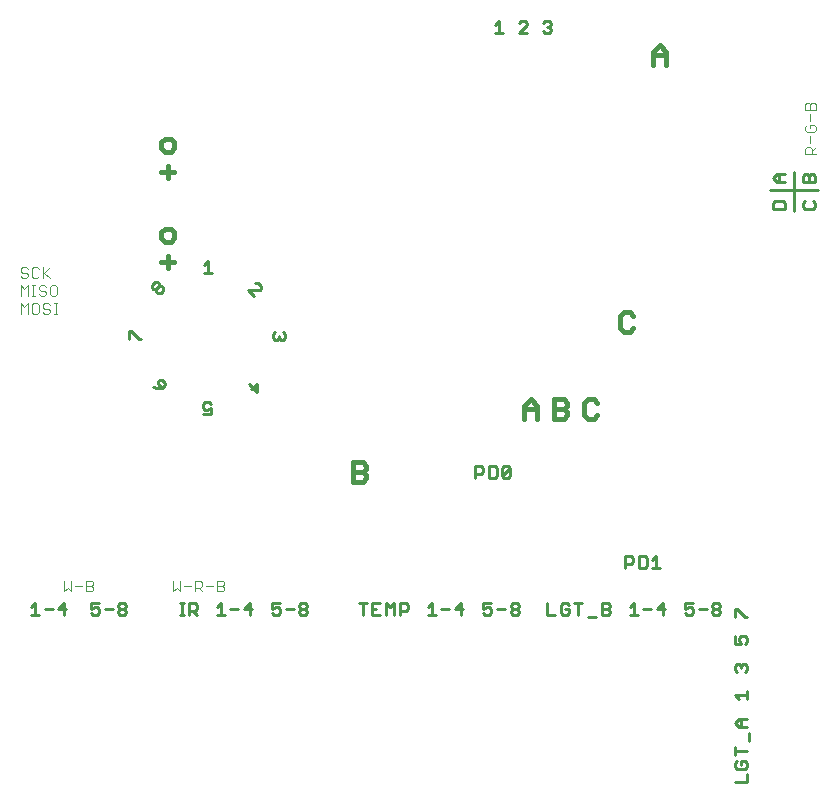
<source format=gto>
G75*
%MOIN*%
%OFA0B0*%
%FSLAX24Y24*%
%IPPOS*%
%LPD*%
%AMOC8*
5,1,8,0,0,1.08239X$1,22.5*
%
%ADD10C,0.0100*%
%ADD11C,0.0040*%
%ADD12C,0.0160*%
D10*
X003730Y006800D02*
X003997Y006800D01*
X003863Y006800D02*
X003863Y007200D01*
X003730Y007067D01*
X004190Y007000D02*
X004457Y007000D01*
X004651Y007000D02*
X004918Y007000D01*
X004851Y006800D02*
X004851Y007200D01*
X004651Y007000D01*
X005730Y007000D02*
X005863Y007067D01*
X005930Y007067D01*
X005997Y007000D01*
X005997Y006867D01*
X005930Y006800D01*
X005797Y006800D01*
X005730Y006867D01*
X005730Y007000D02*
X005730Y007200D01*
X005997Y007200D01*
X006190Y007000D02*
X006457Y007000D01*
X006651Y006933D02*
X006718Y007000D01*
X006851Y007000D01*
X006918Y006933D01*
X006918Y006867D01*
X006851Y006800D01*
X006718Y006800D01*
X006651Y006867D01*
X006651Y006933D01*
X006718Y007000D02*
X006651Y007067D01*
X006651Y007134D01*
X006718Y007200D01*
X006851Y007200D01*
X006918Y007134D01*
X006918Y007067D01*
X006851Y007000D01*
X008695Y006800D02*
X008829Y006800D01*
X008762Y006800D02*
X008762Y007200D01*
X008695Y007200D02*
X008829Y007200D01*
X009002Y007200D02*
X009202Y007200D01*
X009269Y007134D01*
X009269Y007000D01*
X009202Y006933D01*
X009002Y006933D01*
X009002Y006800D02*
X009002Y007200D01*
X009136Y006933D02*
X009269Y006800D01*
X009923Y006800D02*
X010190Y006800D01*
X010057Y006800D02*
X010057Y007200D01*
X009923Y007067D01*
X010383Y007000D02*
X010650Y007000D01*
X010844Y007000D02*
X011111Y007000D01*
X011044Y006800D02*
X011044Y007200D01*
X010844Y007000D01*
X011765Y007000D02*
X011898Y007067D01*
X011965Y007067D01*
X012032Y007000D01*
X012032Y006867D01*
X011965Y006800D01*
X011831Y006800D01*
X011765Y006867D01*
X011765Y007000D02*
X011765Y007200D01*
X012032Y007200D01*
X012225Y007000D02*
X012492Y007000D01*
X012685Y006933D02*
X012752Y007000D01*
X012886Y007000D01*
X012952Y006933D01*
X012952Y006867D01*
X012886Y006800D01*
X012752Y006800D01*
X012685Y006867D01*
X012685Y006933D01*
X012752Y007000D02*
X012685Y007067D01*
X012685Y007134D01*
X012752Y007200D01*
X012886Y007200D01*
X012952Y007134D01*
X012952Y007067D01*
X012886Y007000D01*
X014658Y007200D02*
X014925Y007200D01*
X014792Y007200D02*
X014792Y006800D01*
X015119Y006800D02*
X015119Y007200D01*
X015386Y007200D01*
X015579Y007200D02*
X015579Y006800D01*
X015386Y006800D02*
X015119Y006800D01*
X015119Y007000D02*
X015252Y007000D01*
X015579Y007200D02*
X015712Y007067D01*
X015846Y007200D01*
X015846Y006800D01*
X016039Y006800D02*
X016039Y007200D01*
X016240Y007200D01*
X016306Y007134D01*
X016306Y007000D01*
X016240Y006933D01*
X016039Y006933D01*
X016960Y006800D02*
X017227Y006800D01*
X017094Y006800D02*
X017094Y007200D01*
X016960Y007067D01*
X017421Y007000D02*
X017687Y007000D01*
X017881Y007000D02*
X018148Y007000D01*
X018081Y006800D02*
X018081Y007200D01*
X017881Y007000D01*
X018802Y007000D02*
X018935Y007067D01*
X019002Y007067D01*
X019069Y007000D01*
X019069Y006867D01*
X019002Y006800D01*
X018868Y006800D01*
X018802Y006867D01*
X018802Y007000D02*
X018802Y007200D01*
X019069Y007200D01*
X019262Y007000D02*
X019529Y007000D01*
X019723Y006933D02*
X019789Y007000D01*
X019923Y007000D01*
X019989Y006933D01*
X019989Y006867D01*
X019923Y006800D01*
X019789Y006800D01*
X019723Y006867D01*
X019723Y006933D01*
X019789Y007000D02*
X019723Y007067D01*
X019723Y007134D01*
X019789Y007200D01*
X019923Y007200D01*
X019989Y007134D01*
X019989Y007067D01*
X019923Y007000D01*
X020928Y006800D02*
X021195Y006800D01*
X021388Y006867D02*
X021388Y007134D01*
X021455Y007200D01*
X021589Y007200D01*
X021655Y007134D01*
X021655Y007000D02*
X021522Y007000D01*
X021655Y007000D02*
X021655Y006867D01*
X021589Y006800D01*
X021455Y006800D01*
X021388Y006867D01*
X021849Y007200D02*
X022116Y007200D01*
X021982Y007200D02*
X021982Y006800D01*
X022309Y006733D02*
X022576Y006733D01*
X022770Y006800D02*
X022770Y007200D01*
X022970Y007200D01*
X023037Y007134D01*
X023037Y007067D01*
X022970Y007000D01*
X022770Y007000D01*
X022970Y007000D02*
X023037Y006933D01*
X023037Y006867D01*
X022970Y006800D01*
X022770Y006800D01*
X023690Y006800D02*
X023957Y006800D01*
X023824Y006800D02*
X023824Y007200D01*
X023690Y007067D01*
X024151Y007000D02*
X024418Y007000D01*
X024611Y007000D02*
X024878Y007000D01*
X024811Y006800D02*
X024811Y007200D01*
X024611Y007000D01*
X025532Y007000D02*
X025665Y007067D01*
X025732Y007067D01*
X025799Y007000D01*
X025799Y006867D01*
X025732Y006800D01*
X025599Y006800D01*
X025532Y006867D01*
X025532Y007000D02*
X025532Y007200D01*
X025799Y007200D01*
X025992Y007000D02*
X026259Y007000D01*
X026453Y006933D02*
X026519Y007000D01*
X026653Y007000D01*
X026720Y006933D01*
X026720Y006867D01*
X026653Y006800D01*
X026519Y006800D01*
X026453Y006867D01*
X026453Y006933D01*
X026519Y007000D02*
X026453Y007067D01*
X026453Y007134D01*
X026519Y007200D01*
X026653Y007200D01*
X026720Y007134D01*
X026720Y007067D01*
X026653Y007000D01*
X027220Y006999D02*
X027220Y006732D01*
X027220Y006999D02*
X027287Y006999D01*
X027554Y006732D01*
X027621Y006732D01*
X027554Y006078D02*
X027621Y006012D01*
X027621Y005878D01*
X027554Y005811D01*
X027420Y005811D02*
X027354Y005945D01*
X027354Y006012D01*
X027420Y006078D01*
X027554Y006078D01*
X027420Y005811D02*
X027220Y005811D01*
X027220Y006078D01*
X027287Y005157D02*
X027354Y005157D01*
X027420Y005091D01*
X027487Y005157D01*
X027554Y005157D01*
X027621Y005091D01*
X027621Y004957D01*
X027554Y004891D01*
X027420Y005024D02*
X027420Y005091D01*
X027287Y005157D02*
X027220Y005091D01*
X027220Y004957D01*
X027287Y004891D01*
X027621Y004237D02*
X027621Y003970D01*
X027621Y004103D02*
X027220Y004103D01*
X027354Y003970D01*
X027354Y003316D02*
X027621Y003316D01*
X027420Y003316D02*
X027420Y003049D01*
X027354Y003049D02*
X027220Y003182D01*
X027354Y003316D01*
X027354Y003049D02*
X027621Y003049D01*
X027687Y002856D02*
X027687Y002589D01*
X027621Y002262D02*
X027220Y002262D01*
X027220Y002395D02*
X027220Y002128D01*
X027287Y001935D02*
X027220Y001868D01*
X027220Y001735D01*
X027287Y001668D01*
X027554Y001668D01*
X027621Y001735D01*
X027621Y001868D01*
X027554Y001935D01*
X027420Y001935D01*
X027420Y001801D01*
X027621Y001474D02*
X027621Y001207D01*
X027220Y001207D01*
X020928Y006800D02*
X020928Y007200D01*
X023530Y008350D02*
X023530Y008750D01*
X023730Y008750D01*
X023797Y008684D01*
X023797Y008550D01*
X023730Y008483D01*
X023530Y008483D01*
X023990Y008350D02*
X024191Y008350D01*
X024257Y008417D01*
X024257Y008684D01*
X024191Y008750D01*
X023990Y008750D01*
X023990Y008350D01*
X024451Y008350D02*
X024718Y008350D01*
X024584Y008350D02*
X024584Y008750D01*
X024451Y008617D01*
X019718Y011417D02*
X019651Y011350D01*
X019518Y011350D01*
X019451Y011417D01*
X019718Y011684D01*
X019718Y011417D01*
X019718Y011684D02*
X019651Y011750D01*
X019518Y011750D01*
X019451Y011684D01*
X019451Y011417D01*
X019257Y011417D02*
X019257Y011684D01*
X019191Y011750D01*
X018990Y011750D01*
X018990Y011350D01*
X019191Y011350D01*
X019257Y011417D01*
X018797Y011550D02*
X018730Y011483D01*
X018530Y011483D01*
X018530Y011350D02*
X018530Y011750D01*
X018730Y011750D01*
X018797Y011684D01*
X018797Y011550D01*
X012221Y016030D02*
X012154Y015963D01*
X012087Y015963D01*
X012021Y016030D01*
X011954Y015963D01*
X011887Y015963D01*
X011821Y016030D01*
X011821Y016163D01*
X011887Y016230D01*
X012021Y016097D02*
X012021Y016030D01*
X012221Y016030D02*
X012221Y016163D01*
X012154Y016230D01*
X011167Y017424D02*
X010979Y017613D01*
X011356Y017613D01*
X011403Y017660D01*
X011403Y017754D01*
X011309Y017849D01*
X011214Y017849D01*
X009757Y018200D02*
X009490Y018200D01*
X009624Y018200D02*
X009624Y018600D01*
X009490Y018467D01*
X008149Y017694D02*
X008149Y017599D01*
X008055Y017505D01*
X007961Y017505D01*
X007913Y017552D01*
X007913Y017647D01*
X008008Y017741D01*
X008102Y017741D01*
X008149Y017694D01*
X008008Y017741D02*
X008008Y017835D01*
X007961Y017883D01*
X007866Y017883D01*
X007772Y017788D01*
X007772Y017694D01*
X007819Y017647D01*
X007913Y017647D01*
X007087Y016237D02*
X007354Y015970D01*
X007421Y015970D01*
X007020Y015970D02*
X007020Y016237D01*
X007087Y016237D01*
X008027Y014629D02*
X007980Y014582D01*
X007980Y014487D01*
X008121Y014346D01*
X008215Y014440D01*
X008215Y014534D01*
X008121Y014629D01*
X008027Y014629D01*
X007932Y014346D02*
X008121Y014346D01*
X007932Y014346D02*
X007791Y014393D01*
X009484Y013833D02*
X009551Y013900D01*
X009684Y013900D01*
X009751Y013833D01*
X009751Y013700D02*
X009617Y013633D01*
X009551Y013633D01*
X009484Y013700D01*
X009484Y013833D01*
X009751Y013700D02*
X009751Y013500D01*
X009484Y013500D01*
X010992Y014501D02*
X011275Y014217D01*
X011275Y014501D01*
X011086Y014312D01*
X019190Y026200D02*
X019457Y026200D01*
X019324Y026200D02*
X019324Y026600D01*
X019190Y026467D01*
X019990Y026534D02*
X020057Y026600D01*
X020191Y026600D01*
X020257Y026534D01*
X020257Y026467D01*
X019990Y026200D01*
X020257Y026200D01*
X020790Y026267D02*
X020857Y026200D01*
X020991Y026200D01*
X021057Y026267D01*
X021057Y026333D01*
X020991Y026400D01*
X020924Y026400D01*
X020991Y026400D02*
X021057Y026467D01*
X021057Y026534D01*
X020991Y026600D01*
X020857Y026600D01*
X020790Y026534D01*
X028470Y021364D02*
X028604Y021497D01*
X028871Y021497D01*
X028670Y021497D02*
X028670Y021230D01*
X028604Y021230D02*
X028470Y021364D01*
X028604Y021230D02*
X028871Y021230D01*
X029171Y021550D02*
X029171Y020250D01*
X028871Y020309D02*
X028871Y020510D01*
X028804Y020576D01*
X028537Y020576D01*
X028470Y020510D01*
X028470Y020309D01*
X028871Y020309D01*
X029470Y020376D02*
X029537Y020309D01*
X029804Y020309D01*
X029871Y020376D01*
X029871Y020510D01*
X029804Y020576D01*
X029537Y020576D02*
X029470Y020510D01*
X029470Y020376D01*
X029971Y020950D02*
X028371Y020950D01*
X029470Y021230D02*
X029470Y021430D01*
X029537Y021497D01*
X029604Y021497D01*
X029670Y021430D01*
X029670Y021230D01*
X029470Y021230D02*
X029871Y021230D01*
X029871Y021430D01*
X029804Y021497D01*
X029737Y021497D01*
X029670Y021430D01*
D11*
X029780Y022149D02*
X029780Y022329D01*
X029720Y022389D01*
X029600Y022389D01*
X029540Y022329D01*
X029540Y022149D01*
X029901Y022149D01*
X029780Y022269D02*
X029901Y022389D01*
X029720Y022518D02*
X029720Y022758D01*
X029600Y022886D02*
X029841Y022886D01*
X029901Y022946D01*
X029901Y023066D01*
X029841Y023126D01*
X029720Y023126D01*
X029720Y023006D01*
X029600Y023126D02*
X029540Y023066D01*
X029540Y022946D01*
X029600Y022886D01*
X029720Y023254D02*
X029720Y023494D01*
X029720Y023622D02*
X029720Y023803D01*
X029780Y023863D01*
X029841Y023863D01*
X029901Y023803D01*
X029901Y023622D01*
X029540Y023622D01*
X029540Y023803D01*
X029600Y023863D01*
X029660Y023863D01*
X029720Y023803D01*
X010183Y007870D02*
X010183Y007810D01*
X010123Y007750D01*
X009943Y007750D01*
X009815Y007750D02*
X009575Y007750D01*
X009447Y007750D02*
X009387Y007690D01*
X009206Y007690D01*
X009206Y007570D02*
X009206Y007930D01*
X009387Y007930D01*
X009447Y007870D01*
X009447Y007750D01*
X009327Y007690D02*
X009447Y007570D01*
X009943Y007570D02*
X009943Y007930D01*
X010123Y007930D01*
X010183Y007870D01*
X010123Y007750D02*
X010183Y007690D01*
X010183Y007630D01*
X010123Y007570D01*
X009943Y007570D01*
X009078Y007750D02*
X008838Y007750D01*
X008710Y007570D02*
X008710Y007930D01*
X008470Y007930D02*
X008470Y007570D01*
X008590Y007690D01*
X008710Y007570D01*
X005815Y007630D02*
X005755Y007570D01*
X005575Y007570D01*
X005575Y007930D01*
X005755Y007930D01*
X005815Y007870D01*
X005815Y007810D01*
X005755Y007750D01*
X005575Y007750D01*
X005447Y007750D02*
X005206Y007750D01*
X005078Y007570D02*
X005078Y007930D01*
X004838Y007930D02*
X004838Y007570D01*
X004958Y007690D01*
X005078Y007570D01*
X005755Y007750D02*
X005815Y007690D01*
X005815Y007630D01*
X004616Y016820D02*
X004496Y016820D01*
X004556Y016820D02*
X004556Y017180D01*
X004496Y017180D02*
X004616Y017180D01*
X004553Y017420D02*
X004613Y017480D01*
X004613Y017720D01*
X004553Y017780D01*
X004433Y017780D01*
X004373Y017720D01*
X004373Y017480D01*
X004433Y017420D01*
X004553Y017420D01*
X004245Y017480D02*
X004185Y017420D01*
X004065Y017420D01*
X004004Y017480D01*
X004065Y017600D02*
X004185Y017600D01*
X004245Y017540D01*
X004245Y017480D01*
X004065Y017600D02*
X004004Y017660D01*
X004004Y017720D01*
X004065Y017780D01*
X004185Y017780D01*
X004245Y017720D01*
X004127Y018020D02*
X004127Y018380D01*
X003999Y018320D02*
X003939Y018380D01*
X003819Y018380D01*
X003759Y018320D01*
X003759Y018080D01*
X003819Y018020D01*
X003939Y018020D01*
X003999Y018080D01*
X004127Y018140D02*
X004367Y018380D01*
X004187Y018200D02*
X004367Y018020D01*
X003879Y017780D02*
X003759Y017780D01*
X003819Y017780D02*
X003819Y017420D01*
X003759Y017420D02*
X003879Y017420D01*
X003819Y017180D02*
X003759Y017120D01*
X003759Y016880D01*
X003819Y016820D01*
X003939Y016820D01*
X003999Y016880D01*
X003999Y017120D01*
X003939Y017180D01*
X003819Y017180D01*
X003631Y017180D02*
X003511Y017060D01*
X003391Y017180D01*
X003391Y016820D01*
X003631Y016820D02*
X003631Y017180D01*
X003631Y017420D02*
X003631Y017780D01*
X003511Y017660D01*
X003391Y017780D01*
X003391Y017420D01*
X003451Y018020D02*
X003391Y018080D01*
X003451Y018020D02*
X003571Y018020D01*
X003631Y018080D01*
X003631Y018140D01*
X003571Y018200D01*
X003451Y018200D01*
X003391Y018260D01*
X003391Y018320D01*
X003451Y018380D01*
X003571Y018380D01*
X003631Y018320D01*
X004187Y017180D02*
X004127Y017120D01*
X004127Y017060D01*
X004187Y017000D01*
X004307Y017000D01*
X004367Y016940D01*
X004367Y016880D01*
X004307Y016820D01*
X004187Y016820D01*
X004127Y016880D01*
X004187Y017180D02*
X004307Y017180D01*
X004367Y017120D01*
D12*
X008082Y018550D02*
X008509Y018550D01*
X008296Y018764D02*
X008296Y018337D01*
X008403Y019230D02*
X008509Y019337D01*
X008509Y019550D01*
X008403Y019657D01*
X008189Y019657D01*
X008082Y019550D01*
X008082Y019337D01*
X008189Y019230D01*
X008403Y019230D01*
X008296Y021337D02*
X008296Y021764D01*
X008509Y021550D02*
X008082Y021550D01*
X008189Y022230D02*
X008082Y022337D01*
X008082Y022550D01*
X008189Y022657D01*
X008403Y022657D01*
X008509Y022550D01*
X008509Y022337D01*
X008403Y022230D01*
X008189Y022230D01*
X014482Y011871D02*
X014803Y011871D01*
X014909Y011764D01*
X014909Y011657D01*
X014803Y011550D01*
X014482Y011550D01*
X014482Y011230D02*
X014803Y011230D01*
X014909Y011337D01*
X014909Y011444D01*
X014803Y011550D01*
X014482Y011230D02*
X014482Y011871D01*
X020182Y013330D02*
X020182Y013757D01*
X020396Y013971D01*
X020609Y013757D01*
X020609Y013330D01*
X020609Y013650D02*
X020182Y013650D01*
X021182Y013650D02*
X021503Y013650D01*
X021609Y013544D01*
X021609Y013437D01*
X021503Y013330D01*
X021182Y013330D01*
X021182Y013971D01*
X021503Y013971D01*
X021609Y013864D01*
X021609Y013757D01*
X021503Y013650D01*
X022182Y013437D02*
X022289Y013330D01*
X022503Y013330D01*
X022609Y013437D01*
X022182Y013437D02*
X022182Y013864D01*
X022289Y013971D01*
X022503Y013971D01*
X022609Y013864D01*
X023489Y016230D02*
X023703Y016230D01*
X023809Y016337D01*
X023489Y016230D02*
X023382Y016337D01*
X023382Y016764D01*
X023489Y016871D01*
X023703Y016871D01*
X023809Y016764D01*
X024482Y025130D02*
X024482Y025557D01*
X024696Y025771D01*
X024909Y025557D01*
X024909Y025130D01*
X024909Y025450D02*
X024482Y025450D01*
M02*

</source>
